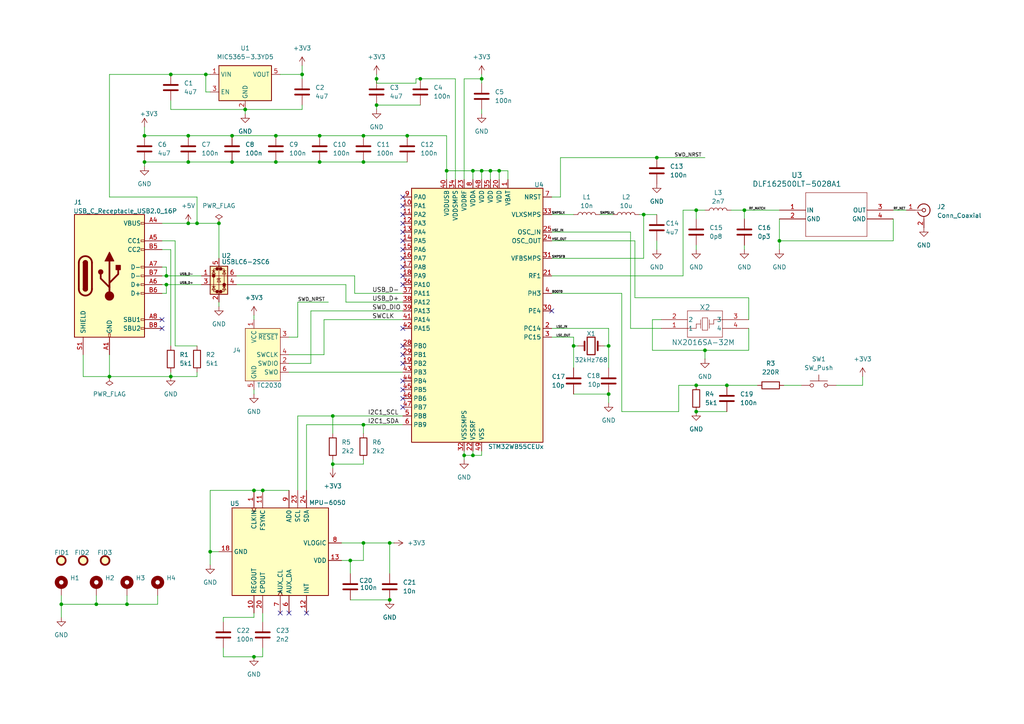
<source format=kicad_sch>
(kicad_sch (version 20231120) (generator "eeschema") (generator_version "8.0")
  (paper "A4")
  (junction (at 113.03 173.99))
  (junction (at 176.53 114.3))
  (junction (at 105.41 123.19))
  (junction (at 144.78 49.53))
  (junction (at 201.93 111.76))
  (junction (at 27.94 175.26))
  (junction (at 101.6 162.56))
  (junction (at 129.54 49.53))
  (junction (at 17.78 175.26))
  (junction (at 105.41 39.37))
  (junction (at 54.61 46.99))
  (junction (at 134.62 132.08))
  (junction (at 59.69 21.59))
  (junction (at 96.52 134.62))
  (junction (at 118.11 39.37))
  (junction (at 41.91 46.99))
  (junction (at 49.53 21.59))
  (junction (at 204.47 101.6))
  (junction (at 96.52 120.65))
  (junction (at 137.16 49.53))
  (junction (at 113.03 157.48))
  (junction (at 139.7 49.53))
  (junction (at 142.24 49.53))
  (junction (at 121.92 22.86))
  (junction (at 73.66 142.24))
  (junction (at 63.5 64.77))
  (junction (at 166.37 100.33))
  (junction (at 54.61 64.77))
  (junction (at 41.91 39.37))
  (junction (at 109.22 30.48))
  (junction (at 87.63 21.59))
  (junction (at 190.5 45.72))
  (junction (at 57.15 64.77))
  (junction (at 92.71 46.99))
  (junction (at 139.7 22.86))
  (junction (at 80.01 46.99))
  (junction (at 49.53 109.22))
  (junction (at 80.01 39.37))
  (junction (at 201.93 119.38))
  (junction (at 215.9 60.96))
  (junction (at 109.22 22.86))
  (junction (at 105.41 46.99))
  (junction (at 48.26 80.01))
  (junction (at 31.75 109.22))
  (junction (at 67.31 39.37))
  (junction (at 60.96 160.02))
  (junction (at 48.26 82.55))
  (junction (at 36.83 175.26))
  (junction (at 67.31 46.99))
  (junction (at 92.71 39.37))
  (junction (at 105.41 157.48))
  (junction (at 73.66 190.5))
  (junction (at 210.82 111.76))
  (junction (at 186.69 62.23))
  (junction (at 201.93 60.96))
  (junction (at 54.61 39.37))
  (junction (at 176.53 100.33))
  (junction (at 76.2 142.24))
  (junction (at 71.12 31.75))
  (junction (at 137.16 132.08))
  (junction (at 226.06 69.85))
  (no_connect (at 116.84 80.01))
  (no_connect (at 116.84 118.11))
  (no_connect (at 116.84 100.33))
  (no_connect (at 116.84 64.77))
  (no_connect (at 116.84 74.93))
  (no_connect (at 116.84 105.41))
  (no_connect (at 116.84 95.25))
  (no_connect (at 160.02 90.17))
  (no_connect (at 116.84 113.03))
  (no_connect (at 116.84 59.69))
  (no_connect (at 116.84 72.39))
  (no_connect (at 116.84 57.15))
  (no_connect (at 116.84 82.55))
  (no_connect (at 116.84 102.87))
  (no_connect (at 81.28 177.8))
  (no_connect (at 88.9 177.8))
  (no_connect (at 116.84 110.49))
  (no_connect (at 46.99 95.25))
  (no_connect (at 46.99 92.71))
  (no_connect (at 116.84 69.85))
  (no_connect (at 116.84 115.57))
  (no_connect (at 83.82 177.8))
  (no_connect (at 116.84 62.23))
  (no_connect (at 116.84 77.47))
  (no_connect (at 116.84 67.31))
  (wire (pts (xy 41.91 36.83) (xy 41.91 39.37)))
  (wire (pts (xy 71.12 31.75) (xy 71.12 33.02)))
  (wire (pts (xy 201.93 119.38) (xy 210.82 119.38)))
  (wire (pts (xy 101.6 173.99) (xy 113.03 173.99)))
  (wire (pts (xy 259.08 69.85) (xy 226.06 69.85)))
  (wire (pts (xy 162.56 45.72) (xy 190.5 45.72)))
  (wire (pts (xy 105.41 162.56) (xy 105.41 157.48)))
  (wire (pts (xy 217.17 101.6) (xy 217.17 95.25)))
  (wire (pts (xy 59.69 21.59) (xy 60.96 21.59)))
  (wire (pts (xy 139.7 21.59) (xy 139.7 22.86)))
  (wire (pts (xy 45.72 175.26) (xy 45.72 172.72)))
  (wire (pts (xy 101.6 162.56) (xy 105.41 162.56)))
  (wire (pts (xy 120.65 22.86) (xy 120.65 24.13)))
  (wire (pts (xy 142.24 52.07) (xy 142.24 49.53)))
  (wire (pts (xy 129.54 49.53) (xy 129.54 39.37)))
  (wire (pts (xy 105.41 157.48) (xy 113.03 157.48)))
  (wire (pts (xy 160.02 62.23) (xy 166.37 62.23)))
  (wire (pts (xy 17.78 172.72) (xy 17.78 175.26)))
  (wire (pts (xy 46.99 80.01) (xy 48.26 80.01)))
  (wire (pts (xy 50.8 69.85) (xy 50.8 100.33)))
  (wire (pts (xy 215.9 60.96) (xy 212.09 60.96)))
  (wire (pts (xy 121.92 22.86) (xy 120.65 22.86)))
  (wire (pts (xy 73.66 142.24) (xy 76.2 142.24)))
  (wire (pts (xy 49.53 72.39) (xy 46.99 72.39)))
  (wire (pts (xy 196.85 111.76) (xy 201.93 111.76)))
  (wire (pts (xy 46.99 77.47) (xy 48.26 77.47)))
  (wire (pts (xy 24.13 109.22) (xy 31.75 109.22)))
  (wire (pts (xy 96.52 120.65) (xy 96.52 125.73)))
  (wire (pts (xy 76.2 177.8) (xy 76.2 180.34)))
  (wire (pts (xy 215.9 63.5) (xy 215.9 60.96)))
  (wire (pts (xy 67.31 39.37) (xy 80.01 39.37)))
  (wire (pts (xy 109.22 24.13) (xy 120.65 24.13)))
  (wire (pts (xy 182.88 95.25) (xy 191.77 95.25)))
  (wire (pts (xy 173.99 62.23) (xy 177.8 62.23)))
  (wire (pts (xy 204.47 101.6) (xy 217.17 101.6)))
  (wire (pts (xy 46.99 85.09) (xy 48.26 85.09)))
  (wire (pts (xy 217.17 92.71) (xy 217.17 86.36)))
  (wire (pts (xy 60.96 160.02) (xy 60.96 142.24)))
  (wire (pts (xy 63.5 160.02) (xy 60.96 160.02)))
  (wire (pts (xy 83.82 102.87) (xy 93.98 102.87)))
  (wire (pts (xy 198.12 80.01) (xy 198.12 60.96)))
  (wire (pts (xy 134.62 22.86) (xy 134.62 52.07)))
  (wire (pts (xy 105.41 134.62) (xy 105.41 133.35)))
  (wire (pts (xy 166.37 106.68) (xy 166.37 100.33)))
  (wire (pts (xy 73.66 91.44) (xy 73.66 92.71)))
  (wire (pts (xy 100.33 82.55) (xy 100.33 87.63)))
  (wire (pts (xy 105.41 123.19) (xy 105.41 125.73)))
  (wire (pts (xy 46.99 64.77) (xy 54.61 64.77)))
  (wire (pts (xy 27.94 175.26) (xy 27.94 172.72)))
  (wire (pts (xy 166.37 100.33) (xy 167.64 100.33)))
  (wire (pts (xy 31.75 21.59) (xy 49.53 21.59)))
  (wire (pts (xy 100.33 87.63) (xy 116.84 87.63)))
  (wire (pts (xy 129.54 39.37) (xy 118.11 39.37)))
  (wire (pts (xy 49.53 109.22) (xy 31.75 109.22)))
  (wire (pts (xy 57.15 107.95) (xy 57.15 109.22)))
  (wire (pts (xy 48.26 82.55) (xy 58.42 82.55)))
  (wire (pts (xy 186.69 62.23) (xy 190.5 62.23)))
  (wire (pts (xy 31.75 109.22) (xy 31.75 102.87)))
  (wire (pts (xy 60.96 26.67) (xy 59.69 26.67)))
  (wire (pts (xy 81.28 21.59) (xy 87.63 21.59)))
  (wire (pts (xy 87.63 21.59) (xy 87.63 22.86)))
  (wire (pts (xy 96.52 120.65) (xy 116.84 120.65)))
  (wire (pts (xy 57.15 64.77) (xy 57.15 57.15)))
  (wire (pts (xy 242.57 111.76) (xy 250.19 111.76)))
  (wire (pts (xy 137.16 49.53) (xy 139.7 49.53)))
  (wire (pts (xy 189.23 101.6) (xy 204.47 101.6)))
  (wire (pts (xy 105.41 123.19) (xy 88.9 123.19)))
  (wire (pts (xy 139.7 31.75) (xy 139.7 33.02)))
  (wire (pts (xy 76.2 190.5) (xy 73.66 190.5)))
  (wire (pts (xy 60.96 142.24) (xy 73.66 142.24)))
  (wire (pts (xy 24.13 102.87) (xy 24.13 109.22)))
  (wire (pts (xy 147.32 49.53) (xy 144.78 49.53)))
  (wire (pts (xy 160.02 85.09) (xy 180.34 85.09)))
  (wire (pts (xy 190.5 69.85) (xy 190.5 72.39)))
  (wire (pts (xy 48.26 85.09) (xy 48.26 82.55)))
  (wire (pts (xy 201.93 111.76) (xy 210.82 111.76)))
  (wire (pts (xy 259.08 63.5) (xy 259.08 69.85)))
  (wire (pts (xy 54.61 39.37) (xy 67.31 39.37)))
  (wire (pts (xy 259.08 60.96) (xy 262.89 60.96)))
  (wire (pts (xy 201.93 71.12) (xy 201.93 72.39)))
  (wire (pts (xy 186.69 62.23) (xy 186.69 74.93)))
  (wire (pts (xy 185.42 62.23) (xy 186.69 62.23)))
  (wire (pts (xy 46.99 82.55) (xy 48.26 82.55)))
  (wire (pts (xy 139.7 22.86) (xy 139.7 24.13)))
  (wire (pts (xy 186.69 74.93) (xy 160.02 74.93)))
  (wire (pts (xy 57.15 100.33) (xy 50.8 100.33)))
  (wire (pts (xy 226.06 69.85) (xy 226.06 72.39)))
  (wire (pts (xy 134.62 132.08) (xy 134.62 133.35)))
  (wire (pts (xy 196.85 119.38) (xy 196.85 111.76)))
  (wire (pts (xy 67.31 46.99) (xy 80.01 46.99)))
  (wire (pts (xy 180.34 85.09) (xy 180.34 119.38)))
  (wire (pts (xy 160.02 67.31) (xy 182.88 67.31)))
  (wire (pts (xy 36.83 175.26) (xy 36.83 172.72)))
  (wire (pts (xy 139.7 132.08) (xy 139.7 130.81)))
  (wire (pts (xy 139.7 22.86) (xy 134.62 22.86)))
  (wire (pts (xy 137.16 49.53) (xy 137.16 52.07)))
  (wire (pts (xy 210.82 111.76) (xy 219.71 111.76)))
  (wire (pts (xy 198.12 60.96) (xy 201.93 60.96)))
  (wire (pts (xy 41.91 48.26) (xy 41.91 46.99)))
  (wire (pts (xy 49.53 107.95) (xy 49.53 109.22)))
  (wire (pts (xy 109.22 30.48) (xy 109.22 31.75)))
  (wire (pts (xy 142.24 49.53) (xy 139.7 49.53)))
  (wire (pts (xy 76.2 142.24) (xy 83.82 142.24)))
  (wire (pts (xy 49.53 100.33) (xy 49.53 72.39)))
  (wire (pts (xy 182.88 67.31) (xy 182.88 95.25)))
  (wire (pts (xy 76.2 187.96) (xy 76.2 190.5)))
  (wire (pts (xy 166.37 114.3) (xy 176.53 114.3)))
  (wire (pts (xy 105.41 39.37) (xy 118.11 39.37)))
  (wire (pts (xy 147.32 52.07) (xy 147.32 49.53)))
  (wire (pts (xy 83.82 97.79) (xy 86.36 97.79)))
  (wire (pts (xy 96.52 134.62) (xy 96.52 135.89)))
  (wire (pts (xy 71.12 31.75) (xy 49.53 31.75)))
  (wire (pts (xy 134.62 130.81) (xy 134.62 132.08)))
  (wire (pts (xy 80.01 46.99) (xy 92.71 46.99)))
  (wire (pts (xy 162.56 57.15) (xy 162.56 45.72)))
  (wire (pts (xy 54.61 46.99) (xy 67.31 46.99)))
  (wire (pts (xy 17.78 175.26) (xy 27.94 175.26)))
  (wire (pts (xy 129.54 52.07) (xy 129.54 49.53)))
  (wire (pts (xy 41.91 46.99) (xy 54.61 46.99)))
  (wire (pts (xy 160.02 95.25) (xy 176.53 95.25)))
  (wire (pts (xy 68.58 82.55) (xy 100.33 82.55)))
  (wire (pts (xy 137.16 132.08) (xy 139.7 132.08)))
  (wire (pts (xy 68.58 80.01) (xy 102.87 80.01)))
  (wire (pts (xy 191.77 92.71) (xy 189.23 92.71)))
  (wire (pts (xy 86.36 87.63) (xy 95.25 87.63)))
  (wire (pts (xy 190.5 45.72) (xy 204.47 45.72)))
  (wire (pts (xy 90.17 105.41) (xy 83.82 105.41)))
  (wire (pts (xy 87.63 31.75) (xy 87.63 30.48)))
  (wire (pts (xy 36.83 175.26) (xy 45.72 175.26)))
  (wire (pts (xy 201.93 60.96) (xy 204.47 60.96)))
  (wire (pts (xy 139.7 49.53) (xy 139.7 52.07)))
  (wire (pts (xy 99.06 162.56) (xy 101.6 162.56)))
  (wire (pts (xy 101.6 162.56) (xy 101.6 166.37)))
  (wire (pts (xy 86.36 97.79) (xy 86.36 87.63)))
  (wire (pts (xy 215.9 60.96) (xy 226.06 60.96)))
  (wire (pts (xy 204.47 101.6) (xy 204.47 104.14)))
  (wire (pts (xy 60.96 160.02) (xy 60.96 163.83)))
  (wire (pts (xy 48.26 77.47) (xy 48.26 80.01)))
  (wire (pts (xy 176.53 100.33) (xy 175.26 100.33)))
  (wire (pts (xy 109.22 21.59) (xy 109.22 22.86)))
  (wire (pts (xy 217.17 86.36) (xy 184.15 86.36)))
  (wire (pts (xy 96.52 133.35) (xy 96.52 134.62)))
  (wire (pts (xy 64.77 187.96) (xy 64.77 190.5)))
  (wire (pts (xy 105.41 46.99) (xy 118.11 46.99)))
  (wire (pts (xy 31.75 57.15) (xy 31.75 21.59)))
  (wire (pts (xy 49.53 21.59) (xy 59.69 21.59)))
  (wire (pts (xy 109.22 30.48) (xy 121.92 30.48)))
  (wire (pts (xy 116.84 90.17) (xy 90.17 90.17)))
  (wire (pts (xy 90.17 90.17) (xy 90.17 105.41)))
  (wire (pts (xy 41.91 39.37) (xy 54.61 39.37)))
  (wire (pts (xy 215.9 71.12) (xy 215.9 72.39)))
  (wire (pts (xy 87.63 19.05) (xy 87.63 21.59)))
  (wire (pts (xy 109.22 22.86) (xy 109.22 24.13)))
  (wire (pts (xy 86.36 142.24) (xy 86.36 120.65)))
  (wire (pts (xy 48.26 80.01) (xy 58.42 80.01)))
  (wire (pts (xy 86.36 120.65) (xy 96.52 120.65)))
  (wire (pts (xy 80.01 39.37) (xy 92.71 39.37)))
  (wire (pts (xy 250.19 111.76) (xy 250.19 109.22)))
  (wire (pts (xy 63.5 64.77) (xy 57.15 64.77)))
  (wire (pts (xy 113.03 157.48) (xy 114.3 157.48)))
  (wire (pts (xy 227.33 111.76) (xy 232.41 111.76)))
  (wire (pts (xy 63.5 64.77) (xy 63.5 74.93)))
  (wire (pts (xy 64.77 190.5) (xy 73.66 190.5)))
  (wire (pts (xy 92.71 46.99) (xy 105.41 46.99)))
  (wire (pts (xy 160.02 97.79) (xy 166.37 97.79)))
  (wire (pts (xy 50.8 69.85) (xy 46.99 69.85)))
  (wire (pts (xy 49.53 109.22) (xy 57.15 109.22)))
  (wire (pts (xy 93.98 102.87) (xy 93.98 92.71)))
  (wire (pts (xy 92.71 39.37) (xy 105.41 39.37)))
  (wire (pts (xy 105.41 123.19) (xy 116.84 123.19)))
  (wire (pts (xy 57.15 57.15) (xy 31.75 57.15)))
  (wire (pts (xy 137.16 132.08) (xy 137.16 130.81)))
  (wire (pts (xy 102.87 80.01) (xy 102.87 85.09)))
  (wire (pts (xy 113.03 166.37) (xy 113.03 157.48)))
  (wire (pts (xy 160.02 57.15) (xy 162.56 57.15)))
  (wire (pts (xy 93.98 92.71) (xy 116.84 92.71)))
  (wire (pts (xy 64.77 179.07) (xy 73.66 179.07)))
  (wire (pts (xy 132.08 22.86) (xy 132.08 52.07)))
  (wire (pts (xy 64.77 179.07) (xy 64.77 180.34)))
  (wire (pts (xy 102.87 85.09) (xy 116.84 85.09)))
  (wire (pts (xy 27.94 175.26) (xy 36.83 175.26)))
  (wire (pts (xy 129.54 49.53) (xy 137.16 49.53)))
  (wire (pts (xy 134.62 132.08) (xy 137.16 132.08)))
  (wire (pts (xy 73.66 179.07) (xy 73.66 177.8)))
  (wire (pts (xy 176.53 95.25) (xy 176.53 100.33)))
  (wire (pts (xy 144.78 49.53) (xy 144.78 52.07)))
  (wire (pts (xy 121.92 22.86) (xy 132.08 22.86)))
  (wire (pts (xy 184.15 86.36) (xy 184.15 69.85)))
  (wire (pts (xy 189.23 92.71) (xy 189.23 101.6)))
  (wire (pts (xy 184.15 69.85) (xy 160.02 69.85)))
  (wire (pts (xy 59.69 26.67) (xy 59.69 21.59)))
  (wire (pts (xy 83.82 107.95) (xy 116.84 107.95)))
  (wire (pts (xy 88.9 123.19) (xy 88.9 142.24)))
  (wire (pts (xy 201.93 63.5) (xy 201.93 60.96)))
  (wire (pts (xy 17.78 175.26) (xy 17.78 179.07)))
  (wire (pts (xy 180.34 119.38) (xy 196.85 119.38)))
  (wire (pts (xy 176.53 114.3) (xy 176.53 116.84)))
  (wire (pts (xy 71.12 31.75) (xy 87.63 31.75)))
  (wire (pts (xy 63.5 87.63) (xy 63.5 88.9)))
  (wire (pts (xy 166.37 100.33) (xy 166.37 97.79)))
  (wire (pts (xy 142.24 49.53) (xy 144.78 49.53)))
  (wire (pts (xy 73.66 113.03) (xy 73.66 114.3)))
  (wire (pts (xy 99.06 157.48) (xy 105.41 157.48)))
  (wire (pts (xy 176.53 106.68) (xy 176.53 100.33)))
  (wire (pts (xy 54.61 64.77) (xy 57.15 64.77)))
  (wire (pts (xy 49.53 31.75) (xy 49.53 29.21)))
  (wire (pts (xy 160.02 80.01) (xy 198.12 80.01)))
  (wire (pts (xy 226.06 63.5) (xy 226.06 69.85)))
  (wire (pts (xy 96.52 134.62) (xy 105.41 134.62)))
  (label "SWD_NRST" (at 195.58 45.72 0) (effects (font (size 1.016 1.016))))
  (label "USB_D+" (at 52.07 82.55 0) (effects (font (size 0.635 0.635))))
  (label "SWCLK" (at 107.95 92.71 0))
  (label "SMPSFB" (at 160.02 74.93 0) (effects (font (size 0.635 0.635))))
  (label "LSE_OUT" (at 161.29 97.79 0) (effects (font (size 0.635 0.635))))
  (label "RF_NET" (at 259.08 60.96 0) (effects (font (size 0.635 0.635))))
  (label "SMPSLXL" (at 173.99 62.23 0) (effects (font (size 0.635 0.635))))
  (label "I2C1_SCL" (at 106.68 120.65 0))
  (label "SWD_DIO" (at 107.95 90.17 0))
  (label "SWD_NRST" (at 86.36 87.63 0) (effects (font (size 1.016 1.016))))
  (label "HSE_OUT" (at 160.02 69.85 0) (effects (font (size 0.635 0.635))))
  (label "LSE_IN" (at 161.29 95.25 0) (effects (font (size 0.635 0.635))))
  (label "I2C1_SDA" (at 106.68 123.19 0))
  (label "RF_MATCH" (at 217.17 60.96 0) (effects (font (size 0.635 0.635))))
  (label "BOOT0" (at 160.02 85.09 0) (effects (font (size 0.635 0.635))))
  (label "SMPSLX" (at 160.02 62.23 0) (effects (font (size 0.635 0.635))))
  (label "USB_D-" (at 52.07 80.01 0) (effects (font (size 0.635 0.635))))
  (label "USB_D-" (at 107.95 85.09 0))
  (label "HSE_IN" (at 160.02 67.31 0) (effects (font (size 0.635 0.635))))
  (label "USB_D+" (at 107.95 87.63 0))
  (symbol (lib_id "Device:C") (at 92.71 43.18 0) (unit 1)
    (property "Reference" "C10" (at 96.52 41.9099 0) (effects (justify left)))
    (property "Value" "100n" (at 96.52 44.4499 0) (effects (justify left)))
    (property "Footprint" "Capacitor_SMD:C_0402_1005Metric" (effects (hide yes)))
    (property "Description" "Unpolarized capacitor" (effects (hide yes)))
    (property "Distributor Link" "https://www.digikey.com/en/products/detail/kyocera-avx/KGM05AR51A104KH/563239" (effects (hide yes)))
    (property "Manufacturer" "Kyocera AVX" (effects (hide yes)))
    (property "Manufacturer Part #" "KGM05AR51A104KH" (effects (hide yes)))
  )
  (symbol (lib_id "Mechanical:MountingHole_Pad") (at 36.83 170.18 0) (unit 1) (exclude_from_sim yes) (in_bom no)
    (property "Reference" "H3" (at 39.37 167.6399 0) (effects (justify left)))
    (property "Value" "MountingHole_Pad" (effects (hide yes)))
    (property "Footprint" "MountingHole:MountingHole_2.2mm_M2_Pad" (effects (hide yes)))
    (property "Description" "Mounting Hole with connection" (effects (hide yes)))
  )
  (symbol (lib_id "power:+3V3") (at 250.19 109.22 0) (unit 1)
    (property "Reference" "#PWR020" (effects (hide yes)))
    (property "Value" "+3V3" (at 250.19 104.14 0))
    (property "Description" "Power symbol creates a global label with name \"+3V3\"" (effects (hide yes)))
  )
  (symbol (lib_id "Device:C") (at 113.03 170.18 0) (unit 1)
    (property "Reference" "C21" (at 116.84 168.9099 0) (effects (justify left)))
    (property "Value" "10n" (at 116.84 171.4499 0) (effects (justify left)))
    (property "Footprint" "Capacitor_SMD:C_0402_1005Metric" (effects (hide yes)))
    (property "Description" "Unpolarized capacitor" (effects (hide yes)))
    (property "Distributor Link" "https://www.digikey.com/en/products/detail/murata-electronics/GRM155R71C103KA01D/587215" (effects (hide yes)))
    (property "Manufacturer" "Murata" (effects (hide yes)))
    (property "Manufacturer Part #" "GRM155R71C103KA01D" (effects (hide yes)))
  )
  (symbol (lib_id "power:GND") (at 134.62 133.35 0) (unit 1)
    (property "Reference" "#PWR024" (effects (hide yes)))
    (property "Value" "GND" (at 134.62 138.43 0))
    (property "Description" "Power symbol creates a global label with name \"GND\" , ground" (effects (hide yes)))
  )
  (symbol (lib_id "power:GND") (at 63.5 88.9 0) (unit 1)
    (property "Reference" "#PWR013" (effects (hide yes)))
    (property "Value" "GND" (at 63.5 93.98 0))
    (property "Description" "Power symbol creates a global label with name \"GND\" , ground" (effects (hide yes)))
  )
  (symbol (lib_id "Device:C") (at 215.9 67.31 0) (unit 1)
    (property "Reference" "C16" (at 219.71 66.0399 0) (effects (justify left)))
    (property "Value" "0p3" (at 219.71 68.5799 0) (effects (justify left)))
    (property "Footprint" "Capacitor_SMD:C_0402_1005Metric" (effects (hide yes)))
    (property "Description" "Unpolarized capacitor" (effects (hide yes)))
    (property "Distributor Link" "https://www.digikey.com/en/products/detail/murata-electronics/GRM1555C1HR30BA01J/4358110" (effects (hide yes)))
    (property "Manufacturer" "Murata" (effects (hide yes)))
    (property "Manufacturer Part #" "GRM1555C1HR30BA01J" (effects (hide yes)))
  )
  (symbol (lib_id "power:GND") (at 139.7 33.02 0) (unit 1)
    (property "Reference" "#PWR06" (effects (hide yes)))
    (property "Value" "GND" (at 139.7 38.1 0))
    (property "Description" "Power symbol creates a global label with name \"GND\" , ground" (effects (hide yes)))
  )
  (symbol (lib_name "+3V3_2") (lib_id "power:+3V3") (at 96.52 135.89 180) (unit 1)
    (property "Reference" "#PWR025" (effects (hide yes)))
    (property "Value" "+3V3" (at 96.52 140.97 0))
    (property "Description" "Power symbol creates a global label with name \"+3V3\"" (effects (hide yes)))
  )
  (symbol (lib_id "Device:R") (at 96.52 129.54 0) (unit 1)
    (property "Reference" "R5" (at 99.06 128.2699 0) (effects (justify left)))
    (property "Value" "2k2" (at 99.06 130.8099 0) (effects (justify left)))
    (property "Footprint" "Resistor_SMD:R_0402_1005Metric" (effects (hide yes)))
    (property "Description" "Resistor" (effects (hide yes)))
    (property "Distributor Link" "https://www.digikey.com/en/products/detail/panasonic-electronic-components/ERJ-2RKF2201X/1746150" (effects (hide yes)))
    (property "Manufacturer" "Panasonic" (effects (hide yes)))
    (property "Manufacturer Part #" "ERJ-2RKF2201X" (effects (hide yes)))
  )
  (symbol (lib_id "Device:R") (at 201.93 115.57 0) (unit 1)
    (property "Reference" "R4" (at 204.47 114.2999 0) (effects (justify left)))
    (property "Value" "5k1" (at 204.47 116.8399 0) (effects (justify left)))
    (property "Footprint" "Resistor_SMD:R_0402_1005Metric" (effects (hide yes)))
    (property "Description" "Resistor" (effects (hide yes)))
    (property "Distributor Link" "https://www.digikey.com/en/products/detail/panasonic-electronic-components/ERJ-2GEJ512X/147044" (effects (hide yes)))
    (property "Manufacturer" "Panasonic" (effects (hide yes)))
    (property "Manufacturer Part #" "ERJ-2GEJ512X" (effects (hide yes)))
  )
  (symbol (lib_id "power:GND") (at 215.9 72.39 0) (unit 1)
    (property "Reference" "#PWR016" (effects (hide yes)))
    (property "Value" "GND" (at 215.9 77.47 0))
    (property "Description" "Power symbol creates a global label with name \"GND\" , ground" (effects (hide yes)))
  )
  (symbol (lib_name "GND_3") (lib_id "power:GND") (at 73.66 190.5 0) (unit 1)
    (property "Reference" "#PWR029" (effects (hide yes)))
    (property "Value" "GND" (at 73.66 195.58 0))
    (property "Description" "Power symbol creates a global label with name \"GND\" , ground" (effects (hide yes)))
  )
  (symbol (lib_id "power:+3V3") (at 139.7 21.59 0) (unit 1)
    (property "Reference" "#PWR03" (effects (hide yes)))
    (property "Value" "+3V3" (at 139.7 16.51 0))
    (property "Description" "Power symbol creates a global label with name \"+3V3\"" (effects (hide yes)))
  )
  (symbol (lib_id "power:+5V") (at 54.61 64.77 0) (unit 1)
    (property "Reference" "#PWR010" (effects (hide yes)))
    (property "Value" "+5V" (at 54.61 59.69 0))
    (property "Description" "Power symbol creates a global label with name \"+5V\"" (effects (hide yes)))
  )
  (symbol (lib_id "power:+3V3") (at 109.22 21.59 0) (unit 1)
    (property "Reference" "#PWR02" (effects (hide yes)))
    (property "Value" "+3V3" (at 109.22 16.51 0))
    (property "Description" "Power symbol creates a global label with name \"+3V3\"" (effects (hide yes)))
  )
  (symbol (lib_id "power:GND") (at 109.22 31.75 0) (unit 1)
    (property "Reference" "#PWR04" (effects (hide yes)))
    (property "Value" "GND" (at 109.22 36.83 0))
    (property "Description" "Power symbol creates a global label with name \"GND\" , ground" (effects (hide yes)))
  )
  (symbol (lib_id "Sensor_Motion:MPU-6050") (at 81.28 160.02 270) (unit 1)
    (property "Reference" "U5" (at 68.072 146.05 90))
    (property "Value" "MPU-6050" (at 94.996 145.796 90))
    (property "Footprint" "Sensor_Motion:InvenSense_QFN-24_4x4mm_P0.5mm" (effects (hide yes)))
    (property "Datasheet" "https://invensense.tdk.com/wp-content/uploads/2015/02/MPU-6000-Datasheet1.pdf" (effects (hide yes)))
    (property "Description" "InvenSense 6-Axis Motion Sensor, Gyroscope, Accelerometer, I2C" (effects (hide yes)))
    (property "Distributor Link" "https://www.digikey.com/en/products/detail/tdk-invensense/MPU-6050/4038009" (effects (hide yes)))
    (property "Manufacturer" "TDK InvenSense" (effects (hide yes)))
    (property "Manufacturer Part #" "MPU-6050" (effects (hide yes)))
  )
  (symbol (lib_id "Device:L") (at 170.18 62.23 90) (unit 1)
    (property "Reference" "L1" (at 170.18 57.15 90))
    (property "Value" "10n" (at 170.18 59.69 90))
    (property "Footprint" "Inductor_SMD:L_0402_1005Metric" (effects (hide yes)))
    (property "Description" "Inductor" (effects (hide yes)))
    (property "Distributor Link" "https://www.digikey.com/en/products/detail/murata-electronics/LQG15WZ10NJ02D/6798669" (effects (hide yes)))
    (property "Manufacturer" "Murata" (effects (hide yes)))
    (property "Manufacturer Part #" "LQG15WZ10NJ02D" (effects (hide yes)))
  )
  (symbol (lib_id "Device:C") (at 166.37 110.49 0) (unit 1)
    (property "Reference" "C17" (at 160.02 109.22 0) (effects (justify left)))
    (property "Value" "10p" (at 160.02 111.76 0) (effects (justify left)))
    (property "Footprint" "Capacitor_SMD:C_0402_1005Metric" (effects (hide yes)))
    (property "Description" "Unpolarized capacitor" (effects (hide yes)))
    (property "Distributor Link" "https://www.digikey.com/en/products/detail/murata-electronics/GRM1555C1H100JA01D/3661907" (effects (hide yes)))
    (property "Manufacturer" "Murata" (effects (hide yes)))
    (property "Manufacturer Part #" "GRM1555C1H100JA01D" (effects (hide yes)))
  )
  (symbol (lib_id "power:+3V3") (at 87.63 19.05 0) (unit 1)
    (property "Reference" "#PWR01" (effects (hide yes)))
    (property "Value" "+3V3" (at 87.63 13.97 0))
    (property "Description" "Power symbol creates a global label with name \"+3V3\"" (effects (hide yes)))
  )
  (symbol (lib_name "+3V3_1") (lib_id "power:+3V3") (at 114.3 157.48 270) (unit 1)
    (property "Reference" "#PWR026" (effects (hide yes)))
    (property "Value" "+3V3" (at 118.11 157.4799 90) (effects (justify left)))
    (property "Description" "Power symbol creates a global label with name \"+3V3\"" (effects (hide yes)))
  )
  (symbol (lib_id "power:PWR_FLAG") (at 31.75 109.22 180) (unit 1)
    (property "Reference" "#FLG02" (effects (hide yes)))
    (property "Value" "PWR_FLAG" (at 31.75 114.3 0))
    (property "Description" "Special symbol for telling ERC where power comes from" (effects (hide yes)))
  )
  (symbol (lib_id "Device:C") (at 101.6 170.18 0) (unit 1)
    (property "Reference" "C20" (at 104.14 168.402 0) (effects (justify left)))
    (property "Value" "100n" (at 104.394 170.434 0) (effects (justify left)))
    (property "Footprint" "Capacitor_SMD:C_0402_1005Metric" (effects (hide yes)))
    (property "Description" "Unpolarized capacitor" (effects (hide yes)))
    (property "Distributor Link" "https://www.digikey.com/en/products/detail/kyocera-avx/KGM05AR51A104KH/563239" (effects (hide yes)))
    (property "Manufacturer" "Kyocera AVX" (effects (hide yes)))
    (property "Manufacturer Part #" "KGM05AR51A104KH" (effects (hide yes)))
  )
  (symbol (lib_id "Device:R") (at 223.52 111.76 90) (unit 1)
    (property "Reference" "R3" (at 223.52 105.41 90))
    (property "Value" "220R" (at 223.52 107.95 90))
    (property "Footprint" "Resistor_SMD:R_0402_1005Metric" (effects (hide yes)))
    (property "Description" "Resistor" (effects (hide yes)))
    (property "Distributor Link" "https://www.digikey.com/en/products/detail/yageo/RC0402JR-07220RL/726442" (effects (hide yes)))
    (property "Manufacturer" "Yageo" (effects (hide yes)))
    (property "Manufacturer Part #" "RC0402JR-07220RL" (effects (hide yes)))
  )
  (symbol (lib_id "power:+3V3") (at 41.91 36.83 0) (unit 1)
    (property "Reference" "#PWR07" (effects (hide yes)))
    (property "Value" "+3V3" (at 43.18 33.02 0))
    (property "Description" "Power symbol creates a global label with name \"+3V3\"" (effects (hide yes)))
  )
  (symbol (lib_id "Device:C") (at 41.91 43.18 0) (unit 1)
    (property "Reference" "C6" (at 45.72 41.9099 0) (effects (justify left)))
    (property "Value" "4u7" (at 45.72 44.4499 0) (effects (justify left)))
    (property "Footprint" "Capacitor_SMD:C_0603_1608Metric" (effects (hide yes)))
    (property "Description" "Unpolarized capacitor" (effects (hide yes)))
    (property "Distributor Link" "https://www.digikey.com/en/products/detail/kyocera-avx/0402ZD475MAT2A/3080850" (effects (hide yes)))
    (property "Manufacturer" "Kyocera AVX" (effects (hide yes)))
    (property "Manufacturer Part #" "0603ZD475MAT2A " (effects (hide yes)))
  )
  (symbol (lib_id "Device:C") (at 201.93 67.31 0) (unit 1)
    (property "Reference" "C15" (at 205.74 66.0399 0) (effects (justify left)))
    (property "Value" "0p8" (at 205.74 68.5799 0) (effects (justify left)))
    (property "Footprint" "Capacitor_SMD:C_0402_1005Metric" (effects (hide yes)))
    (property "Description" "Unpolarized capacitor" (effects (hide yes)))
    (property "Distributor Link" "https://www.digikey.com/en/products/detail/kyocera-avx/04025U0R8BAT2A/2136276" (effects (hide yes)))
    (property "Manufacturer" "Kyocera AVX" (effects (hide yes)))
    (property "Manufacturer Part #" "04025U0R8BAT2A" (effects (hide yes)))
  )
  (symbol (lib_id "Mechanical:MountingHole_Pad") (at 17.78 170.18 0) (unit 1) (exclude_from_sim yes) (in_bom no)
    (property "Reference" "H1" (at 20.32 167.6399 0) (effects (justify left)))
    (property "Value" "MountingHole_Pad" (effects (hide yes)))
    (property "Footprint" "MountingHole:MountingHole_2.2mm_M2_Pad" (effects (hide yes)))
    (property "Description" "Mounting Hole with connection" (effects (hide yes)))
  )
  (symbol (lib_id "Device:C") (at 139.7 27.94 0) (unit 1)
    (property "Reference" "C5" (at 143.51 26.6699 0) (effects (justify left)))
    (property "Value" "100n" (at 143.51 29.2099 0) (effects (justify left)))
    (property "Footprint" "Capacitor_SMD:C_0402_1005Metric" (effects (hide yes)))
    (property "Description" "Unpolarized capacitor" (effects (hide yes)))
    (property "Distributor Link" "https://www.digikey.com/en/products/detail/kyocera-avx/KGM05AR51A104KH/563239" (effects (hide yes)))
    (property "Manufacturer" "Kyocera AVX" (effects (hide yes)))
    (property "Manufacturer Part #" "KGM05AR51A104KH" (effects (hide yes)))
  )
  (symbol (lib_id "power:GND") (at 71.12 33.02 0) (unit 1)
    (property "Reference" "#PWR05" (effects (hide yes)))
    (property "Value" "GND" (at 71.12 38.1 0))
    (property "Description" "Power symbol creates a global label with name \"GND\" , ground" (effects (hide yes)))
  )
  (symbol (lib_id "Mechanical:MountingHole_Pad") (at 27.94 170.18 0) (unit 1) (exclude_from_sim yes) (in_bom no)
    (property "Reference" "H2" (at 30.48 167.6399 0) (effects (justify left)))
    (property "Value" "MountingHole_Pad" (effects (hide yes)))
    (property "Footprint" "MountingHole:MountingHole_2.2mm_M2_Pad" (effects (hide yes)))
    (property "Description" "Mounting Hole with connection" (effects (hide yes)))
  )
  (symbol (lib_id "power:GND") (at 226.06 72.39 0) (unit 1)
    (property "Reference" "#PWR017" (effects (hide yes)))
    (property "Value" "GND" (at 226.06 77.47 0))
    (property "Description" "Power symbol creates a global label with name \"GND\" , ground" (effects (hide yes)))
  )
  (symbol (lib_id "power:GND") (at 49.53 109.22 0) (unit 1)
    (property "Reference" "#PWR018" (effects (hide yes)))
    (property "Value" "GND" (at 49.53 114.3 0))
    (property "Description" "Power symbol creates a global label with name \"GND\" , ground" (effects (hide yes)))
  )
  (symbol (lib_name "GND_2") (lib_id "power:GND") (at 113.03 173.99 0) (unit 1)
    (property "Reference" "#PWR028" (effects (hide yes)))
    (property "Value" "GND" (at 113.03 179.07 0))
    (property "Description" "Power symbol creates a global label with name \"GND\" , ground" (effects (hide yes)))
  )
  (symbol (lib_id "Device:L") (at 208.28 60.96 90) (unit 1)
    (property "Reference" "L3" (at 208.28 55.88 90))
    (property "Value" "2n7" (at 208.28 58.42 90))
    (property "Footprint" "Inductor_SMD:L_0402_1005Metric" (effects (hide yes)))
    (property "Description" "Inductor" (effects (hide yes)))
    (property "Distributor Link" "https://www.digikey.com/en/products/detail/murata-electronics/LQG15HS2N7S02D/662864" (effects (hide yes)))
    (property "Manufacturer" "Murata" (effects (hide yes)))
    (property "Manufacturer Part #" "LQG15HS2N7S02" (effects (hide yes)))
  )
  (symbol (lib_id "Device:R") (at 49.53 104.14 0) (unit 1)
    (property "Reference" "R1" (at 52.07 102.8699 0) (effects (justify left)))
    (property "Value" "5k1" (at 52.07 105.4099 0) (effects (justify left)))
    (property "Footprint" "Resistor_SMD:R_0402_1005Metric" (effects (hide yes)))
    (property "Description" "Resistor" (effects (hide yes)))
    (property "Distributor Link" "https://www.digikey.com/en/products/detail/panasonic-electronic-components/ERJ-2GEJ512X/147044" (effects (hide yes)))
    (property "Manufacturer" "Panasonic" (effects (hide yes)))
    (property "Manufacturer Part #" "ERJ-2GEJ512X" (effects (hide yes)))
  )
  (symbol (lib_id "Device:C") (at 87.63 26.67 0) (unit 1)
    (property "Reference" "C2" (at 91.44 25.3999 0) (effects (justify left)))
    (property "Value" "4u7" (at 91.44 27.9399 0) (effects (justify left)))
    (property "Footprint" "Capacitor_SMD:C_0603_1608Metric" (effects (hide yes)))
    (property "Description" "Unpolarized capacitor" (effects (hide yes)))
    (property "Distributor Link" "https://www.digikey.com/en/products/detail/kyocera-avx/0402ZD475MAT2A/3080850" (effects (hide yes)))
    (property "Manufacturer" "Kyocera AVX" (effects (hide yes)))
    (property "Manufacturer Part #" "0603ZD475MAT2A " (effects (hide yes)))
  )
  (symbol (lib_id "Device:L") (at 181.61 62.23 90) (unit 1)
    (property "Reference" "L2" (at 181.61 57.15 90))
    (property "Value" "10u" (at 181.61 59.69 90))
    (property "Footprint" "Inductor_SMD:L_0805_2012Metric" (effects (hide yes)))
    (property "Description" "Inductor" (effects (hide yes)))
    (property "Distributor Link" "https://www.digikey.com/en/products/detail/murata-electronics/LQM21FN100M70L/1016188" (effects (hide yes)))
    (property "Manufacturer" "Murata" (effects (hide yes)))
    (property "Manufacturer Part #" "LQM21FN100m70L" (effects (hide yes)))
  )
  (symbol (lib_id "Device:C") (at 49.53 25.4 0) (unit 1)
    (property "Reference" "C1" (at 53.34 24.1299 0) (effects (justify left)))
    (property "Value" "4u7" (at 53.34 26.6699 0) (effects (justify left)))
    (property "Footprint" "Capacitor_SMD:C_0603_1608Metric" (effects (hide yes)))
    (property "Description" "Unpolarized capacitor" (effects (hide yes)))
    (property "Distributor Link" "https://www.digikey.com/en/products/detail/kyocera-avx/0402ZD475MAT2A/3080850" (effects (hide yes)))
    (property "Manufacturer" "Kyocera AVX" (effects (hide yes)))
    (property "Manufacturer Part #" "0603ZD475MAT2A " (effects (hide yes)))
  )
  (symbol (lib_id "power:GND") (at 267.97 66.04 0) (unit 1)
    (property "Reference" "#PWR012" (effects (hide yes)))
    (property "Value" "GND" (at 267.97 71.12 0))
    (property "Description" "Power symbol creates a global label with name \"GND\" , ground" (effects (hide yes)))
  )
  (symbol (lib_id "power:GND") (at 190.5 53.34 0) (unit 1)
    (property "Reference" "#PWR09" (effects (hide yes)))
    (property "Value" "GND" (at 190.5 58.42 0))
    (property "Description" "Power symbol creates a global label with name \"GND\" , ground" (effects (hide yes)))
  )
  (symbol (lib_id "Device:R") (at 57.15 104.14 0) (unit 1)
    (property "Reference" "R2" (at 59.69 102.8699 0) (effects (justify left)))
    (property "Value" "5k1" (at 59.69 105.4099 0) (effects (justify left)))
    (property "Footprint" "Resistor_SMD:R_0402_1005Metric" (effects (hide yes)))
    (property "Description" "Resistor" (effects (hide yes)))
    (property "Distributor Link" "https://www.digikey.com/en/products/detail/panasonic-electronic-components/ERJ-2GEJ512X/147044" (effects (hide yes)))
    (property "Manufacturer" "Panasonic" (effects (hide yes)))
    (property "Manufacturer Part #" "ERJ-2GEJ512X" (effects (hide yes)))
  )
  (symbol (lib_id "power:GND") (at 41.91 48.26 0) (unit 1)
    (property "Reference" "#PWR08" (effects (hide yes)))
    (property "Value" "GND" (at 41.91 53.34 0))
    (property "Description" "Power symbol creates a global label with name \"GND\" , ground" (effects (hide yes)))
  )
  (symbol (lib_id "Mechanical:MountingHole_Pad") (at 45.72 170.18 0) (unit 1) (exclude_from_sim yes) (in_bom no)
    (property "Reference" "H4" (at 48.26 167.6399 0) (effects (justify left)))
    (property "Value" "MountingHole_Pad" (effects (hide yes)))
    (property "Footprint" "MountingHole:MountingHole_2.2mm_M2_Pad" (effects (hide yes)))
    (property "Description" "Mounting Hole with connection" (effects (hide yes)))
  )
  (symbol (lib_id "power:GND") (at 176.53 116.84 0) (unit 1)
    (property "Reference" "#PWR022" (effects (hide yes)))
    (property "Value" "GND" (at 176.53 121.92 0))
    (property "Description" "Power symbol creates a global label with name \"GND\" , ground" (effects (hide yes)))
  )
  (symbol (lib_name "GND_4") (lib_id "power:GND") (at 17.78 179.07 0) (unit 1)
    (property "Reference" "#PWR030" (effects (hide yes)))
    (property "Value" "GND" (at 17.78 184.15 0))
    (property "Description" "Power symbol creates a global label with name \"GND\" , ground" (effects (hide yes)))
  )
  (symbol (lib_name "GND_1") (lib_id "power:GND") (at 60.96 163.83 0) (unit 1)
    (property "Reference" "#PWR027" (effects (hide yes)))
    (property "Value" "GND" (at 60.96 168.91 0))
    (property "Description" "Power symbol creates a global label with name \"GND\" , ground" (effects (hide yes)))
  )
  (symbol (lib_id "Device:C") (at 76.2 184.15 0) (unit 1)
    (property "Reference" "C23" (at 80.01 182.8799 0) (effects (justify left)))
    (property "Value" "2n2" (at 80.01 185.4199 0) (effects (justify left)))
    (property "Footprint" "Capacitor_SMD:C_0402_1005Metric" (effects (hide yes)))
    (property "Description" "Unpolarized capacitor" (effects (hide yes)))
    (property "Distributor Link" "https://www.digikey.com/en/products/detail/murata-electronics/GRM155R61C222KA01D/2610860" (effects (hide yes)))
    (property "Manufacturer" "Murata" (effects (hide yes)))
    (property "Manufacturer Part #" "GRM155R61C222KA01D" (effects (hide yes)))
  )
  (symbol (lib_id "Device:C") (at 105.41 43.18 0) (unit 1)
    (property "Reference" "C11" (at 109.22 41.9099 0) (effects (justify left)))
    (property "Value" "100n" (at 109.22 44.4499 0) (effects (justify left)))
    (property "Footprint" "Capacitor_SMD:C_0402_1005Metric" (effects (hide yes)))
    (property "Description" "Unpolarized capacitor" (effects (hide yes)))
    (property "Distributor Link" "https://www.digikey.com/en/products/detail/kyocera-avx/KGM05AR51A104KH/563239" (effects (hide yes)))
    (property "Manufacturer" "Kyocera AVX" (effects (hide yes)))
    (property "Manufacturer Part #" "KGM05AR51A104KH" (effects (hide yes)))
  )
  (symbol (lib_id "Power_Protection:USBLC6-2SC6") (at 63.5 80.01 0) (unit 1)
    (property "Reference" "U2" (at 64.262 74.168 0) (effects (justify left)))
    (property "Value" "USBLC6-2SC6" (at 64.262 75.946 0) (effects (justify left)))
    (property "Footprint" "Package_TO_SOT_SMD:SOT-23-6" (effects (hide yes)))
    (property "Datasheet" "https://www.st.com/resource/en/datasheet/usblc6-2.pdf" (effects (hide yes)))
    (property "Description" "Very low capacitance ESD protection diode, 2 data-line, SOT-23-6" (effects (hide yes)))
    (property "Distributor Link" "https://www.digikey.com/en/products/detail/stmicroelectronics/USBLC6-2SC6/1040559" (effects (hide yes)))
    (property "Manufacturer" "STMicroelectronics" (effects (hide yes)))
    (property "Manufacturer Part #" "USBLC6-2SC6" (effects (hide yes)))
  )
  (symbol (lib_id "Mechanical:Fiducial") (at 30.48 162.56 0) (unit 1) (exclude_from_sim yes) (in_bom no)
    (property "Reference" "FID3" (at 28.194 160.274 0) (effects (justify left)))
    (property "Value" "Fiducial" (effects (hide yes)))
    (property "Footprint" "Fiducial:Fiducial_1mm_Mask2mm" (effects (hide yes)))
    (property "Description" "Fiducial Marker" (effects (hide yes)))
  )
  (symbol (lib_id "Device:C") (at 121.92 26.67 0) (unit 1)
    (property "Reference" "C4" (at 125.73 25.3999 0) (effects (justify left)))
    (property "Value" "100n" (at 125.73 27.9399 0) (effects (justify left)))
    (property "Footprint" "Capacitor_SMD:C_0402_1005Metric" (effects (hide yes)))
    (property "Description" "Unpolarized capacitor" (effects (hide yes)))
    (property "Distributor Link" "https://www.digikey.com/en/products/detail/kyocera-avx/KGM05AR51A104KH/563239" (effects (hide yes)))
    (property "Manufacturer" "Kyocera AVX" (effects (hide yes)))
    (property "Manufacturer Part #" "KGM05AR51A104KH" (effects (hide yes)))
  )
  (symbol (lib_id "Device:C") (at 210.82 115.57 0) (unit 1)
    (property "Reference" "C19" (at 214.63 114.2999 0) (effects (justify left)))
    (property "Value" "100n" (at 214.63 116.8399 0) (effects (justify left)))
    (property "Footprint" "Capacitor_SMD:C_0402_1005Metric" (effects (hide yes)))
    (property "Description" "Unpolarized capacitor" (effects (hide yes)))
    (property "Distributor Link" "https://www.digikey.com/en/products/detail/kyocera-avx/KGM05AR51A104KH/563239" (effects (hide yes)))
    (property "Manufacturer" "Kyocera AVX" (effects (hide yes)))
    (property "Manufacturer Part #" "KGM05AR51A104KH" (effects (hide yes)))
  )
  (symbol (lib_id "Device:C") (at 80.01 43.18 0) (unit 1)
    (property "Reference" "C9" (at 83.82 41.9099 0) (effects (justify left)))
    (property "Value" "100n" (at 83.82 44.4499 0) (effects (justify left)))
    (property "Footprint" "Capacitor_SMD:C_0402_1005Metric" (effects (hide yes)))
    (property "Description" "Unpolarized capacitor" (effects (hide yes)))
    (property "Distributor Link" "https://www.digikey.com/en/products/detail/kyocera-avx/KGM05AR51A104KH/563239" (effects (hide yes)))
    (property "Manufacturer" "Kyocera AVX" (effects (hide yes)))
    (property "Manufacturer Part #" "KGM05AR51A104KH" (effects (hide yes)))
  )
  (symbol (lib_id "power:GND") (at 73.66 114.3 0) (unit 1)
    (property "Reference" "#PWR021" (effects (hide yes)))
    (property "Value" "GND" (at 73.66 119.38 0))
    (property "Description" "Power symbol creates a global label with name \"GND\" , ground" (effects (hide yes)))
  )
  (symbol (lib_id "Device:C") (at 109.22 26.67 0) (unit 1)
    (property "Reference" "C3" (at 113.03 25.3999 0) (effects (justify left)))
    (property "Value" "4u7" (at 113.03 27.9399 0) (effects (justify left)))
    (property "Footprint" "Capacitor_SMD:C_0603_1608Metric" (effects (hide yes)))
    (property "Description" "Unpolarized capacitor" (effects (hide yes)))
    (property "Distributor Link" "https://www.digikey.com/en/products/detail/kyocera-avx/0402ZD475MAT2A/3080850" (effects (hide yes)))
    (property "Manufacturer" "Kyocera AVX" (effects (hide yes)))
    (property "Manufacturer Part #" "0603ZD475MAT2A " (effects (hide yes)))
  )
  (symbol (lib_id "Mechanical:Fiducial") (at 24.13 162.56 0) (unit 1) (exclude_from_sim yes) (in_bom no)
    (property "Reference" "FID2" (at 21.59 160.274 0) (effects (justify left)))
    (property "Value" "Fiducial" (effects (hide yes)))
    (property "Footprint" "Fiducial:Fiducial_1mm_Mask2mm" (effects (hide yes)))
    (property "Description" "Fiducial Marker" (effects (hide yes)))
  )
  (symbol (lib_id "Library:NX2016SA-32M-EXS00A-CS06465") (at 191.77 95.25 0) (mirror x) (unit 1)
    (property "Reference" "X2" (at 204.47 89.154 0) (effects (font (size 1.524 1.524))))
    (property "Value" "NX2016SA-32M" (at 203.962 99.314 0) (effects (font (size 1.524 1.524))))
    (property "Footprint" "Library:NX2016SA_NDK" (effects (hide yes)))
    (property "Datasheet" "NX2016SA-32M-EXS00A-CS06465" (effects (hide yes)))
    (property "Distributor Link" "https://www.digikey.com/en/products/detail/ndk-america-inc/CS06465-32M/7645290" (effects (hide yes)))
    (property "Manufacturer" "NDK" (effects (hide yes)))
    (property "Manufacturer Part #" "CS06465-32M" (effects (hide yes)))
  )
  (symbol (lib_id "power:GND") (at 201.93 119.38 0) (unit 1)
    (property "Reference" "#PWR023" (effects (hide yes)))
    (property "Value" "GND" (at 201.93 124.46 0))
    (property "Description" "Power symbol creates a global label with name \"GND\" , ground" (effects (hide yes)))
  )
  (symbol (lib_name "GND_5") (lib_id "power:GND") (at 204.47 104.14 0) (unit 1)
    (property "Reference" "#PWR019" (effects (hide yes)))
    (property "Value" "GND" (at 204.47 109.22 0))
    (property "Description" "Power symbol creates a global label with name \"GND\" , ground" (effects (hide yes)))
  )
  (symbol (lib_id "Connector:Conn_Coaxial") (at 267.97 60.96 0) (unit 1)
    (property "Reference" "J2" (at 271.78 59.9831 0) (effects (justify left)))
    (property "Value" "Conn_Coaxial" (at 271.78 62.5231 0) (effects (justify left)))
    (property "Footprint" "Connector_Coaxial:U.FL_Hirose_U.FL-R-SMT-1_Vertical" (effects (hide yes)))
    (property "Datasheet" " ~" (effects (hide yes)))
    (property "Description" "coaxial connector (BNC, SMA, SMB, SMC, Cinch/RCA, LEMO, ...)" (effects (hide yes)))
    (property "Distributor Link" "https://www.digikey.com/en/products/detail/hirose-electric-co-ltd/U-FL-R-SMT-1-01/3978494" (effects (hide yes)))
    (property "Manufacturer" "Hirose" (effects (hide yes)))
    (property "Manufacturer Part #" "U.FL-R-SMT-1(01)" (effects (hide yes)))
  )
  (symbol (lib_id "power:GND") (at 190.5 72.39 0) (unit 1)
    (property "Reference" "#PWR011" (effects (hide yes)))
    (property "Value" "GND" (at 190.5 77.47 0))
    (property "Description" "Power symbol creates a global label with name \"GND\" , ground" (effects (hide yes)))
  )
  (symbol (lib_id "power:PWR_FLAG") (at 63.5 64.77 0) (unit 1)
    (property "Reference" "#FLG01" (effects (hide yes)))
    (property "Value" "PWR_FLAG" (at 63.5 59.69 0))
    (property "Description" "Special symbol for telling ERC where power comes from" (effects (hide yes)))
  )
  (symbol (lib_id "Device:C") (at 190.5 49.53 0) (unit 1)
    (property "Reference" "C13" (at 194.31 48.2599 0) (effects (justify left)))
    (property "Value" "100n" (at 194.31 50.7999 0) (effects (justify left)))
    (property "Footprint" "Capacitor_SMD:C_0402_1005Metric" (effects (hide yes)))
    (property "Description" "Unpolarized capacitor" (effects (hide yes)))
    (property "Distributor Link" "https://www.digikey.com/en/products/detail/kyocera-avx/KGM05AR51A104KH/563239" (effects (hide yes)))
    (property "Manufacturer" "Kyocera AVX" (effects (hide yes)))
    (property "Manufacturer Part #" "KGM05AR51A104KH" (effects (hide yes)))
  )
  (symbol (lib_id "Device:Crystal") (at 171.45 100.33 0) (unit 1)
    (property "Reference" "X1" (at 171.45 96.774 0))
    (property "Value" "32kHz768" (at 171.45 104.394 0))
    (property "Footprint" "Library:XTAL_NX2012SA_NDK" (effects (hide yes)))
    (property "Description" "Two pin crystal" (effects (hide yes)))
    (property "Distributor Link" "https://www.digikey.com/en/products/detail/ndk-america-inc/STDMUB1-32-768K/4914433" (effects (hide yes)))
    (property "Manufacturer" "NDK" (effects (hide yes)))
    (property "Manufacturer Part #" "STDMUB1-32.768K" (effects (hide yes)))
  )
  (symbol (lib_id "power:+3V3") (at 73.66 91.44 0) (unit 1)
    (property "Reference" "#PWR014" (effects (hide yes)))
    (property "Value" "+3V3" (at 73.66 86.36 0))
    (property "Description" "Power symbol creates a global label with name \"+3V3\"" (effects (hide yes)))
  )
  (symbol (lib_id "power:GND") (at 201.93 72.39 0) (unit 1)
    (property "Reference" "#PWR015" (effects (hide yes)))
    (property "Value" "GND" (at 201.93 77.47 0))
    (property "Description" "Power symbol creates a global label with name \"GND\" , ground" (effects (hide yes)))
  )
  (symbol (lib_id "Device:C") (at 54.61 43.18 0) (unit 1)
    (property "Reference" "C7" (at 58.42 41.9099 0) (effects (justify left)))
    (property "Value" "100n" (at 58.42 44.4499 0) (effects (justify left)))
    (property "Footprint" "Capacitor_SMD:C_0402_1005Metric" (effects (hide yes)))
    (property "Description" "Unpolarized capacitor" (effects (hide yes)))
    (property "Distributor Link" "https://www.digikey.com/en/products/detail/kyocera-avx/KGM05AR51A104KH/563239" (effects (hide yes)))
    (property "Manufacturer" "Kyocera AVX" (effects (hide yes)))
    (property "Manufacturer Part #" "KGM05AR51A104KH" (effects (hide yes)))
  )
  (symbol (lib_id "Device:C") (at 118.11 43.18 0) (unit 1)
    (property "Reference" "C12" (at 121.92 41.9099 0) (effects (justify left)))
    (property "Value" "100n" (at 121.92 44.4499 0) (effects (justify left)))
    (property "Footprint" "Capacitor_SMD:C_0402_1005Metric" (effects (hide yes)))
    (property "Description" "Unpolarized capacitor" (effects (hide yes)))
    (property "Distributor Link" "https://www.digikey.com/en/products/detail/kyocera-avx/KGM05AR51A104KH/563239" (effects (hide yes)))
    (property "Manufacturer" "Kyocera AVX" (effects (hide yes)))
    (property "Manufacturer Part #" "KGM05AR51A104KH" (effects (hide yes)))
  )
  (symbol (lib_id "Connector:Conn_ARM_SWD_TagConnect_TC2030-NL") (at 76.2 102.87 0) (unit 1) (in_bom no)
    (property "Reference" "J4" (at 69.85 101.5999 0) (effects (justify right)))
    (property "Value" "TC2030" (at 81.788 111.76 0) (effects (justify right)))
    (property "Footprint" "Connector:Tag-Connect_TC2030-IDC-NL_2x03_P1.27mm_Vertical" (effects (hide yes)))
    (property "Datasheet" "https://www.tag-connect.com/wp-content/uploads/bsk-pdf-manager/TC2030-CTX_1.pdf" (effects (hide yes)))
    (property "Description" "Tag-Connect ARM Cortex SWD JTAG connector, 6 pin, no legs" (effects (hide yes)))
  )
  (symbol (lib_id "TDK_LPF:DLF162500LT-5028A1") (at 203.2 60.96 0) (unit 1)
    (property "Reference" "U3" (at 231.14 50.8 0) (effects (font (size 1.524 1.524))))
    (property "Value" "DLF162500LT-5028A1" (at 231.14 53.34 0) (effects (font (size 1.524 1.524))))
    (property "Footprint" "Library:DLF-4_1P6X0P8" (effects (hide yes)))
    (property "Datasheet" "DLF162500LT-5028A1" (effects (hide yes)))
    (property "Distributor Link" "https://www.digikey.com/en/products/detail/tdk-corporation/DLF162500LT-5028A1/4321991" (effects (hide yes)))
    (property "Manufacturer" "TDK" (effects (hide yes)))
    (property "Manufacturer Part #" "DLF162500LT-5028A1" (effects (hide yes)))
  )
  (symbol (lib_id "Device:C") (at 64.77 184.15 0) (unit 1)
    (property "Reference" "C22" (at 68.58 182.8799 0) (effects (justify left)))
    (property "Value" "100n" (at 68.58 185.4199 0) (effects (justify left)))
    (property "Footprint" "Capacitor_SMD:C_0402_1005Metric" (effects (hide yes)))
    (property "Description" "Unpolarized capacitor" (effects (hide yes)))
    (property "Distributor Link" "https://www.digikey.com/en/products/detail/kyocera-avx/KGM05AR51A104KH/563239" (effects (hide yes)))
    (property "Manufacturer" "Kyocera AVX" (effects (hide yes)))
    (property "Manufacturer Part #" "KGM05AR51A104KH" (effects (hide yes)))
  )
  (symbol (lib_id "Mechanical:Fiducial") (at 17.78 162.56 0) (unit 1) (exclude_from_sim yes) (in_bom no)
    (property "Reference" "FID1" (at 15.748 160.274 0) (effects (justify left)))
    (property "Value" "Fiducial" (effects (hide yes)))
    (property "Footprint" "Fiducial:Fiducial_1mm_Mask2mm" (effects (hide yes)))
    (property "Description" "Fiducial Marker" (effects (hide yes)))
  )
  (symbol (lib_id "Device:C") (at 176.53 110.49 0) (unit 1)
    (property "Reference" "C18" (at 170.18 108.966 0) (effects (justify left)))
    (property "Value" "10p" (at 170.434 111.506 0) (effects (justify left)))
    (property "Footprint" "Capacitor_SMD:C_0402_1005Metric" (effects (hide yes)))
    (property "Description" "Unpolarized capacitor" (effects (hide yes)))
    (property "Distributor Link" "https://www.digikey.com/en/products/detail/murata-electronics/GRM1555C1H100JA01D/3661907" (effects (hide yes)))
    (property "Manufacturer" "Murata" (effects (hide yes)))
    (property "Manufacturer Part #" "GRM1555C1H100JA01D" (effects (hide yes)))
  )
  (symbol (lib_id "Switch:SW_Push") (at 237.49 111.76 0) (unit 1)
    (property "Reference" "SW1" (at 237.49 104.14 0))
    (property "Value" "SW_Push" (at 237.49 106.68 0))
    (property "Footprint" "Button_Switch_SMD:SW_SPST_CK_RS282G05A3" (effects (hide yes)))
    (property "Description" "Push button switch, generic, two pins" (effects (hide yes)))
    (property "Distributor Link" "https://www.digikey.com/en/products/detail/c-k/RS-282G05A3-SM-RT/2747190" (effects (hide yes)))
    (property "Manufacturer" "C&K" (effects (hide yes)))
    (property "Manufacturer Part #" "RS-282G05A3-SM RT" (effects (hide yes)))
  )
  (symbol (lib_id "Device:C") (at 67.31 43.18 0) (unit 1)
    (property "Reference" "C8" (at 71.12 41.9099 0) (effects (justify left)))
    (property "Value" "100n" (at 71.12 44.4499 0) (effects (justify left)))
    (property "Footprint" "Capacitor_SMD:C_0402_1005Metric" (effects (hide yes)))
    (property "Description" "Unpolarized capacitor" (effects (hide yes)))
    (property "Distributor Link" "https://www.digikey.com/en/products/detail/kyocera-avx/KGM05AR51A104KH/563239" (effects (hide yes)))
    (property "Manufacturer" "Kyocera AVX" (effects (hide yes)))
    (property "Manufacturer Part #" "KGM05AR51A104KH" (effects (hide yes)))
  )
  (symbol (lib_id "Connector:USB_C_Receptacle_USB2.0_16P") (at 31.75 80.01 0) (unit 1)
    (property "Reference" "J1" (at 22.606 58.674 0))
    (property "Value" "USB_C_Receptacle_USB2.0_16P" (at 36.322 61.214 0))
    (property "Footprint" "Connector_USB:USB_C_Receptacle_GCT_USB4105-xx-A_16P_TopMnt_Horizontal" (effects (hide yes)))
    (property "Datasheet" "https://www.usb.org/sites/default/files/documents/usb_type-c.zip" (effects (hide yes)))
    (property "Description" "USB 2.0-only 16P Type-C Receptacle connector" (effects (hide yes)))
    (property "Distributor Link" "https://www.digikey.com/en/products/detail/gct/USB4105-GF-A/11198441" (effects (hide yes)))
    (property "Manufacturer" "GCT" (effects (hide yes)))
    (property "Manufacturer Part #" "USB4105-GF-A" (effects (hide yes)))
  )
  (symbol (lib_id "Device:C") (at 190.5 66.04 0) (unit 1)
    (property "Reference" "C14" (at 193.04 64.77 0) (effects (justify left)))
    (property "Value" "4u7" (at 193.04 67.31 0) (effects (justify left)))
    (property "Footprint" "Capacitor_SMD:C_0603_1608Metric" (effects (hide yes)))
    (property "Description" "Unpolarized capacitor" (effects (hide yes)))
    (property "Distributor Link" "https://www.digikey.com/en/products/detail/kyocera-avx/0402ZD475MAT2A/3080850" (effects (hide yes)))
    (property "Manufacturer" "Kyocera AVX" (effects (hide yes)))
    (property "Manufacturer Part #" "0603ZD475MAT2A " (effects (hide yes)))
  )
  (symbol (lib_id "Device:R") (at 105.41 129.54 0) (unit 1)
    (property "Reference" "R6" (at 107.95 128.2699 0) (effects (justify left)))
    (property "Value" "2k2" (at 107.95 130.8099 0) (effects (justify left)))
    (property "Footprint" "Resistor_SMD:R_0402_1005Metric" (effects (hide yes)))
    (property "Description" "Resistor" (effects (hide yes)))
    (property "Distributor Link" "https://www.digikey.com/en/products/detail/panasonic-electronic-components/ERJ-2RKF2201X/1746150" (effects (hide yes)))
    (property "Manufacturer" "Panasonic" (effects (hide yes)))
    (property "Manufacturer Part #" "ERJ-2RKF2201X" (effects (hide yes)))
  )
  (symbol (lib_id "Regulator_Linear:MIC5365-3.3YD5") (at 71.12 24.13 0) (unit 1)
    (property "Reference" "U1" (at 71.12 13.97 0))
    (property "Value" "MIC5365-3.3YD5" (at 71.12 16.51 0))
    (property "Footprint" "Package_TO_SOT_SMD:SOT-23-5" (effects (hide yes)))
    (property "Datasheet" "http://ww1.microchip.com/downloads/en/DeviceDoc/mic5365.pdf" (effects (hide yes)))
    (property "Description" "150mA Low-dropout Voltage Regulator, Vout 3.3V, Vin up to 5.5V, SOT-23-5" (effects (hide yes)))
    (property "Distributor Link" "https://www.digikey.com/en/products/detail/microchip-technology/MIC5365-3-3YD5-TR/3671879" (effects (hide yes)))
    (property "Manufacturer" "Microchip Technology" (effects (hide yes)))
    (property "Manufacturer Part #" "MIC5365-3.3YD5-TR" (effects (hide yes)))
  )
  (symbol (lib_id "MCU_ST_STM32WB:STM32WB55CEUx") (at 139.7 92.71 0) (mirror y) (unit 1)
    (property "Reference" "U4" (at 157.734 53.594 0) (effects (justify left)))
    (property "Value" "STM32WB55CEUx" (at 157.734 129.54 0) (effects (justify left)))
    (property "Footprint" "Package_DFN_QFN:QFN-48-1EP_7x7mm_P0.5mm_EP5.6x5.6mm" (effects (hide yes)))
    (property "Datasheet" "https://www.st.com/resource/en/datasheet/stm32wb55ce.pdf" (effects (hide yes)))
    (property "Description" "STMicroelectronics Arm Cortex-M4 MCU, 512KB flash, 256KB RAM, 64 MHz, 1.71-3.6V, 30 GPIO, UFQFPN48" (effects (hide yes)))
    (property "Distributor Link" "https://www.digikey.com/en/products/detail/stmicroelectronics/STM32WB55CEU6/9919555" (effects (hide yes)))
    (property "Manufacturer" "STMicroelectronics" (effects (hide yes)))
    (property "Manufacturer Part #" "STM32WB55CEU6" (effects (hide yes)))
  )
)
</source>
